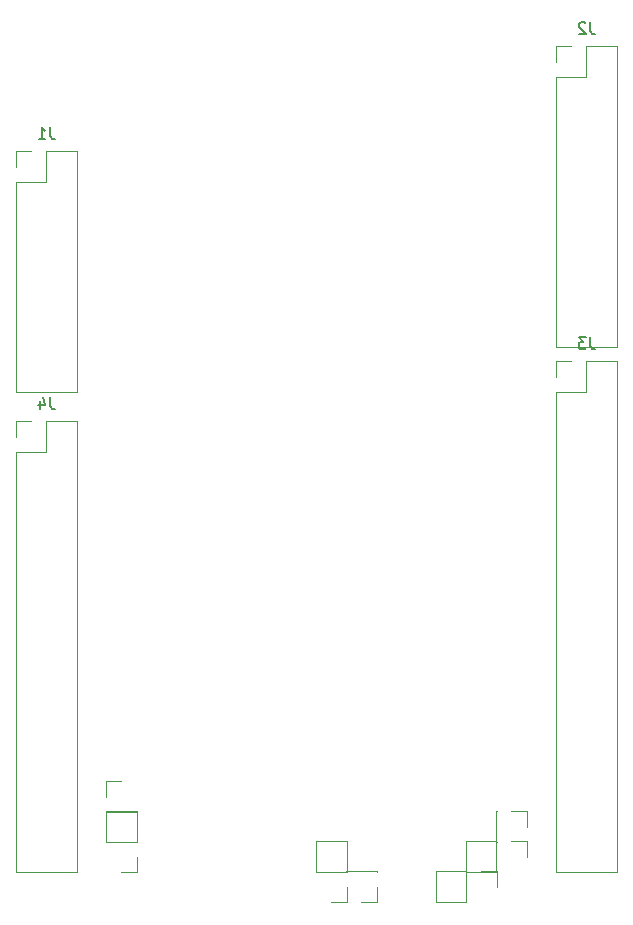
<source format=gbr>
%TF.GenerationSoftware,KiCad,Pcbnew,(5.1.6)-1*%
%TF.CreationDate,2021-01-03T17:25:38+01:00*%
%TF.ProjectId,Nucleo144_DSP,4e75636c-656f-4313-9434-5f4453502e6b,rev?*%
%TF.SameCoordinates,Original*%
%TF.FileFunction,Legend,Bot*%
%TF.FilePolarity,Positive*%
%FSLAX46Y46*%
G04 Gerber Fmt 4.6, Leading zero omitted, Abs format (unit mm)*
G04 Created by KiCad (PCBNEW (5.1.6)-1) date 2021-01-03 17:25:38*
%MOMM*%
%LPD*%
G01*
G04 APERTURE LIST*
%ADD10C,0.120000*%
%ADD11C,0.150000*%
G04 APERTURE END LIST*
D10*
%TO.C,J1*%
X115740000Y-77230000D02*
X113140000Y-77230000D01*
X115740000Y-77230000D02*
X115740000Y-97670000D01*
X115740000Y-97670000D02*
X110540000Y-97670000D01*
X110540000Y-79830000D02*
X110540000Y-97670000D01*
X113140000Y-79830000D02*
X110540000Y-79830000D01*
X113140000Y-77230000D02*
X113140000Y-79830000D01*
X110540000Y-77230000D02*
X110540000Y-78560000D01*
X111870000Y-77230000D02*
X110540000Y-77230000D01*
%TO.C,J2*%
X161460000Y-68340000D02*
X158860000Y-68340000D01*
X161460000Y-68340000D02*
X161460000Y-93860000D01*
X161460000Y-93860000D02*
X156260000Y-93860000D01*
X156260000Y-70940000D02*
X156260000Y-93860000D01*
X158860000Y-70940000D02*
X156260000Y-70940000D01*
X158860000Y-68340000D02*
X158860000Y-70940000D01*
X156260000Y-68340000D02*
X156260000Y-69670000D01*
X157590000Y-68340000D02*
X156260000Y-68340000D01*
%TO.C,J3*%
X161460000Y-95010000D02*
X158860000Y-95010000D01*
X161460000Y-95010000D02*
X161460000Y-138310000D01*
X161460000Y-138310000D02*
X156260000Y-138310000D01*
X156260000Y-97610000D02*
X156260000Y-138310000D01*
X158860000Y-97610000D02*
X156260000Y-97610000D01*
X158860000Y-95010000D02*
X158860000Y-97610000D01*
X156260000Y-95010000D02*
X156260000Y-96340000D01*
X157590000Y-95010000D02*
X156260000Y-95010000D01*
%TO.C,J4*%
X115740000Y-100090000D02*
X113140000Y-100090000D01*
X115740000Y-100090000D02*
X115740000Y-138310000D01*
X115740000Y-138310000D02*
X110540000Y-138310000D01*
X110540000Y-102690000D02*
X110540000Y-138310000D01*
X113140000Y-102690000D02*
X110540000Y-102690000D01*
X113140000Y-100090000D02*
X113140000Y-102690000D01*
X110540000Y-100090000D02*
X110540000Y-101420000D01*
X111870000Y-100090000D02*
X110540000Y-100090000D01*
%TO.C,J5*%
X148700000Y-140850000D02*
X148700000Y-138190000D01*
X148700000Y-140850000D02*
X146100000Y-140850000D01*
X146100000Y-140850000D02*
X146100000Y-138190000D01*
X148700000Y-138190000D02*
X146100000Y-138190000D01*
X151300000Y-138190000D02*
X149970000Y-138190000D01*
X151300000Y-139520000D02*
X151300000Y-138190000D01*
%TO.C,J6*%
X151240000Y-138310000D02*
X151240000Y-135650000D01*
X151240000Y-138310000D02*
X148640000Y-138310000D01*
X148640000Y-138310000D02*
X148640000Y-135650000D01*
X151240000Y-135650000D02*
X148640000Y-135650000D01*
X153840000Y-135650000D02*
X152510000Y-135650000D01*
X153840000Y-136980000D02*
X153840000Y-135650000D01*
%TO.C,J7*%
X153840000Y-134440000D02*
X153840000Y-133110000D01*
X153840000Y-133110000D02*
X152510000Y-133110000D01*
X151300000Y-133110000D02*
X151180000Y-133110000D01*
X151300000Y-135770000D02*
X151180000Y-135770000D01*
X151180000Y-135770000D02*
X151180000Y-133110000D01*
%TO.C,J8*%
X137270000Y-140850000D02*
X138600000Y-140850000D01*
X138600000Y-140850000D02*
X138600000Y-139520000D01*
X138600000Y-138250000D02*
X138600000Y-135650000D01*
X135940000Y-135650000D02*
X138600000Y-135650000D01*
X135940000Y-138250000D02*
X135940000Y-135650000D01*
X135940000Y-138250000D02*
X138600000Y-138250000D01*
%TO.C,J9*%
X138480000Y-138190000D02*
X141140000Y-138190000D01*
X138480000Y-138310000D02*
X138480000Y-138190000D01*
X141140000Y-138310000D02*
X141140000Y-138190000D01*
X141140000Y-140850000D02*
X141140000Y-139520000D01*
X139810000Y-140850000D02*
X141140000Y-140850000D01*
%TO.C,J10*%
X119490000Y-138310000D02*
X120820000Y-138310000D01*
X120820000Y-138310000D02*
X120820000Y-136980000D01*
X120820000Y-135710000D02*
X120820000Y-133110000D01*
X118160000Y-133110000D02*
X120820000Y-133110000D01*
X118160000Y-135710000D02*
X118160000Y-133110000D01*
X118160000Y-135710000D02*
X120820000Y-135710000D01*
%TO.C,J11*%
X119490000Y-130570000D02*
X118160000Y-130570000D01*
X118160000Y-130570000D02*
X118160000Y-131900000D01*
X118160000Y-133110000D02*
X118160000Y-133230000D01*
X120820000Y-133110000D02*
X120820000Y-133230000D01*
X120820000Y-133230000D02*
X118160000Y-133230000D01*
%TO.C,J1*%
D11*
X113473333Y-75242380D02*
X113473333Y-75956666D01*
X113520952Y-76099523D01*
X113616190Y-76194761D01*
X113759047Y-76242380D01*
X113854285Y-76242380D01*
X112473333Y-76242380D02*
X113044761Y-76242380D01*
X112759047Y-76242380D02*
X112759047Y-75242380D01*
X112854285Y-75385238D01*
X112949523Y-75480476D01*
X113044761Y-75528095D01*
%TO.C,J2*%
X159193333Y-66352380D02*
X159193333Y-67066666D01*
X159240952Y-67209523D01*
X159336190Y-67304761D01*
X159479047Y-67352380D01*
X159574285Y-67352380D01*
X158764761Y-66447619D02*
X158717142Y-66400000D01*
X158621904Y-66352380D01*
X158383809Y-66352380D01*
X158288571Y-66400000D01*
X158240952Y-66447619D01*
X158193333Y-66542857D01*
X158193333Y-66638095D01*
X158240952Y-66780952D01*
X158812380Y-67352380D01*
X158193333Y-67352380D01*
%TO.C,J3*%
X159193333Y-93022380D02*
X159193333Y-93736666D01*
X159240952Y-93879523D01*
X159336190Y-93974761D01*
X159479047Y-94022380D01*
X159574285Y-94022380D01*
X158812380Y-93022380D02*
X158193333Y-93022380D01*
X158526666Y-93403333D01*
X158383809Y-93403333D01*
X158288571Y-93450952D01*
X158240952Y-93498571D01*
X158193333Y-93593809D01*
X158193333Y-93831904D01*
X158240952Y-93927142D01*
X158288571Y-93974761D01*
X158383809Y-94022380D01*
X158669523Y-94022380D01*
X158764761Y-93974761D01*
X158812380Y-93927142D01*
%TO.C,J4*%
X113473333Y-98102380D02*
X113473333Y-98816666D01*
X113520952Y-98959523D01*
X113616190Y-99054761D01*
X113759047Y-99102380D01*
X113854285Y-99102380D01*
X112568571Y-98435714D02*
X112568571Y-99102380D01*
X112806666Y-98054761D02*
X113044761Y-98769047D01*
X112425714Y-98769047D01*
%TD*%
M02*

</source>
